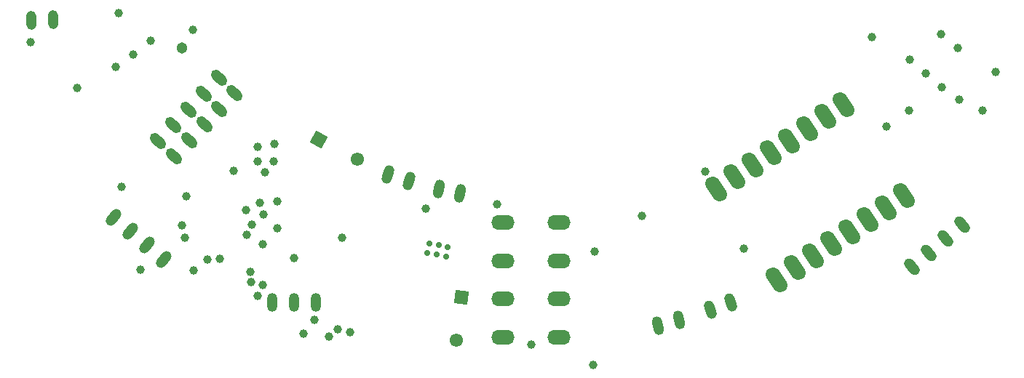
<source format=gbs>
%FSLAX25Y25*%
%MOIN*%
G70*
G01*
G75*
G04 Layer_Color=16711935*
G04:AMPARAMS|DCode=10|XSize=37.4mil|YSize=29.53mil|CornerRadius=0mil|HoleSize=0mil|Usage=FLASHONLY|Rotation=215.500|XOffset=0mil|YOffset=0mil|HoleType=Round|Shape=Rectangle|*
%AMROTATEDRECTD10*
4,1,4,0.00665,0.02288,0.02380,-0.00116,-0.00665,-0.02288,-0.02380,0.00116,0.00665,0.02288,0.0*
%
%ADD10ROTATEDRECTD10*%

G04:AMPARAMS|DCode=11|XSize=59.06mil|YSize=118.11mil|CornerRadius=0mil|HoleSize=0mil|Usage=FLASHONLY|Rotation=33.000|XOffset=0mil|YOffset=0mil|HoleType=Round|Shape=Rectangle|*
%AMROTATEDRECTD11*
4,1,4,0.00740,-0.06561,-0.05693,0.03345,-0.00740,0.06561,0.05693,-0.03345,0.00740,-0.06561,0.0*
%
%ADD11ROTATEDRECTD11*%

G04:AMPARAMS|DCode=12|XSize=37.4mil|YSize=29.53mil|CornerRadius=0mil|HoleSize=0mil|Usage=FLASHONLY|Rotation=337.500|XOffset=0mil|YOffset=0mil|HoleType=Round|Shape=Rectangle|*
%AMROTATEDRECTD12*
4,1,4,-0.02293,-0.00648,-0.01163,0.02080,0.02293,0.00648,0.01163,-0.02080,-0.02293,-0.00648,0.0*
%
%ADD12ROTATEDRECTD12*%

G04:AMPARAMS|DCode=13|XSize=37.4mil|YSize=29.53mil|CornerRadius=0mil|HoleSize=0mil|Usage=FLASHONLY|Rotation=96.500|XOffset=0mil|YOffset=0mil|HoleType=Round|Shape=Rectangle|*
%AMROTATEDRECTD13*
4,1,4,0.01679,-0.01691,-0.01255,-0.02025,-0.01679,0.01691,0.01255,0.02025,0.01679,-0.01691,0.0*
%
%ADD13ROTATEDRECTD13*%

%ADD14P,0.12806X4X118.5*%
G04:AMPARAMS|DCode=15|XSize=37.4mil|YSize=29.53mil|CornerRadius=0mil|HoleSize=0mil|Usage=FLASHONLY|Rotation=352.500|XOffset=0mil|YOffset=0mil|HoleType=Round|Shape=Rectangle|*
%AMROTATEDRECTD15*
4,1,4,-0.02047,-0.01220,-0.01661,0.01708,0.02047,0.01220,0.01661,-0.01708,-0.02047,-0.01220,0.0*
%
%ADD15ROTATEDRECTD15*%

G04:AMPARAMS|DCode=16|XSize=37.4mil|YSize=29.53mil|CornerRadius=0mil|HoleSize=0mil|Usage=FLASHONLY|Rotation=78.500|XOffset=0mil|YOffset=0mil|HoleType=Round|Shape=Rectangle|*
%AMROTATEDRECTD16*
4,1,4,0.01074,-0.02127,-0.01820,-0.01538,-0.01074,0.02127,0.01820,0.01538,0.01074,-0.02127,0.0*
%
%ADD16ROTATEDRECTD16*%

G04:AMPARAMS|DCode=17|XSize=108.27mil|YSize=122.05mil|CornerRadius=0mil|HoleSize=0mil|Usage=FLASHONLY|Rotation=259.000|XOffset=0mil|YOffset=0mil|HoleType=Round|Shape=Rectangle|*
%AMROTATEDRECTD17*
4,1,4,-0.04957,0.06478,0.07023,0.04150,0.04957,-0.06478,-0.07023,-0.04150,-0.04957,0.06478,0.0*
%
%ADD17ROTATEDRECTD17*%

G04:AMPARAMS|DCode=18|XSize=23.62mil|YSize=57.09mil|CornerRadius=0mil|HoleSize=0mil|Usage=FLASHONLY|Rotation=349.000|XOffset=0mil|YOffset=0mil|HoleType=Round|Shape=Rectangle|*
%AMROTATEDRECTD18*
4,1,4,-0.01704,-0.02577,-0.00615,0.03027,0.01704,0.02577,0.00615,-0.03027,-0.01704,-0.02577,0.0*
%
%ADD18ROTATEDRECTD18*%

G04:AMPARAMS|DCode=19|XSize=66.93mil|YSize=78.74mil|CornerRadius=0mil|HoleSize=0mil|Usage=FLASHONLY|Rotation=251.000|XOffset=0mil|YOffset=0mil|HoleType=Round|Shape=Rectangle|*
%AMROTATEDRECTD19*
4,1,4,-0.02633,0.04446,0.04812,0.01882,0.02633,-0.04446,-0.04812,-0.01882,-0.02633,0.04446,0.0*
%
%ADD19ROTATEDRECTD19*%

G04:AMPARAMS|DCode=20|XSize=37.4mil|YSize=29.53mil|CornerRadius=0mil|HoleSize=0mil|Usage=FLASHONLY|Rotation=84.948|XOffset=0mil|YOffset=0mil|HoleType=Round|Shape=Rectangle|*
%AMROTATEDRECTD20*
4,1,4,0.01306,-0.01993,-0.01635,-0.01733,-0.01306,0.01993,0.01635,0.01733,0.01306,-0.01993,0.0*
%
%ADD20ROTATEDRECTD20*%

G04:AMPARAMS|DCode=21|XSize=37.4mil|YSize=29.53mil|CornerRadius=0mil|HoleSize=0mil|Usage=FLASHONLY|Rotation=272.280|XOffset=0mil|YOffset=0mil|HoleType=Round|Shape=Rectangle|*
%AMROTATEDRECTD21*
4,1,4,-0.01550,0.01810,0.01401,0.01927,0.01550,-0.01810,-0.01401,-0.01927,-0.01550,0.01810,0.0*
%
%ADD21ROTATEDRECTD21*%

G04:AMPARAMS|DCode=22|XSize=37.4mil|YSize=29.53mil|CornerRadius=0mil|HoleSize=0mil|Usage=FLASHONLY|Rotation=96.500|XOffset=0mil|YOffset=0mil|HoleType=Round|Shape=Rectangle|*
%AMROTATEDRECTD22*
4,1,4,0.01679,-0.01691,-0.01255,-0.02025,-0.01679,0.01691,0.01255,0.02025,0.01679,-0.01691,0.0*
%
%ADD22ROTATEDRECTD22*%

%ADD23R,0.01181X0.05709*%
%ADD24R,0.05709X0.01181*%
G04:AMPARAMS|DCode=25|XSize=37.4mil|YSize=29.53mil|CornerRadius=0mil|HoleSize=0mil|Usage=FLASHONLY|Rotation=103.000|XOffset=0mil|YOffset=0mil|HoleType=Round|Shape=Rectangle|*
%AMROTATEDRECTD25*
4,1,4,0.01859,-0.01490,-0.01018,-0.02154,-0.01859,0.01490,0.01018,0.02154,0.01859,-0.01490,0.0*
%
%ADD25ROTATEDRECTD25*%

G04:AMPARAMS|DCode=26|XSize=37.4mil|YSize=29.53mil|CornerRadius=0mil|HoleSize=0mil|Usage=FLASHONLY|Rotation=77.000|XOffset=0mil|YOffset=0mil|HoleType=Round|Shape=Rectangle|*
%AMROTATEDRECTD26*
4,1,4,0.01018,-0.02154,-0.01859,-0.01490,-0.01018,0.02154,0.01859,0.01490,0.01018,-0.02154,0.0*
%
%ADD26ROTATEDRECTD26*%

G04:AMPARAMS|DCode=27|XSize=37.4mil|YSize=29.53mil|CornerRadius=0mil|HoleSize=0mil|Usage=FLASHONLY|Rotation=95.500|XOffset=0mil|YOffset=0mil|HoleType=Round|Shape=Rectangle|*
%AMROTATEDRECTD27*
4,1,4,0.01649,-0.01720,-0.01290,-0.02003,-0.01649,0.01720,0.01290,0.02003,0.01649,-0.01720,0.0*
%
%ADD27ROTATEDRECTD27*%

G04:AMPARAMS|DCode=28|XSize=37.4mil|YSize=29.53mil|CornerRadius=0mil|HoleSize=0mil|Usage=FLASHONLY|Rotation=182.681|XOffset=0mil|YOffset=0mil|HoleType=Round|Shape=Rectangle|*
%AMROTATEDRECTD28*
4,1,4,0.01799,0.01562,0.01937,-0.01387,-0.01799,-0.01562,-0.01937,0.01387,0.01799,0.01562,0.0*
%
%ADD28ROTATEDRECTD28*%

G04:AMPARAMS|DCode=29|XSize=37.4mil|YSize=29.53mil|CornerRadius=0mil|HoleSize=0mil|Usage=FLASHONLY|Rotation=287.000|XOffset=0mil|YOffset=0mil|HoleType=Round|Shape=Rectangle|*
%AMROTATEDRECTD29*
4,1,4,-0.01959,0.01357,0.00865,0.02220,0.01959,-0.01357,-0.00865,-0.02220,-0.01959,0.01357,0.0*
%
%ADD29ROTATEDRECTD29*%

G04:AMPARAMS|DCode=30|XSize=37.4mil|YSize=29.53mil|CornerRadius=0mil|HoleSize=0mil|Usage=FLASHONLY|Rotation=358.956|XOffset=0mil|YOffset=0mil|HoleType=Round|Shape=Rectangle|*
%AMROTATEDRECTD30*
4,1,4,-0.01897,-0.01442,-0.01843,0.01510,0.01897,0.01442,0.01843,-0.01510,-0.01897,-0.01442,0.0*
%
%ADD30ROTATEDRECTD30*%

G04:AMPARAMS|DCode=31|XSize=37.4mil|YSize=29.53mil|CornerRadius=0mil|HoleSize=0mil|Usage=FLASHONLY|Rotation=262.500|XOffset=0mil|YOffset=0mil|HoleType=Round|Shape=Rectangle|*
%AMROTATEDRECTD31*
4,1,4,-0.01220,0.02047,0.01708,0.01661,0.01220,-0.02047,-0.01708,-0.01661,-0.01220,0.02047,0.0*
%
%ADD31ROTATEDRECTD31*%

G04:AMPARAMS|DCode=32|XSize=37.4mil|YSize=29.53mil|CornerRadius=0mil|HoleSize=0mil|Usage=FLASHONLY|Rotation=259.000|XOffset=0mil|YOffset=0mil|HoleType=Round|Shape=Rectangle|*
%AMROTATEDRECTD32*
4,1,4,-0.01092,0.02117,0.01806,0.01554,0.01092,-0.02117,-0.01806,-0.01554,-0.01092,0.02117,0.0*
%
%ADD32ROTATEDRECTD32*%

G04:AMPARAMS|DCode=33|XSize=37.4mil|YSize=29.53mil|CornerRadius=0mil|HoleSize=0mil|Usage=FLASHONLY|Rotation=45.000|XOffset=0mil|YOffset=0mil|HoleType=Round|Shape=Rectangle|*
%AMROTATEDRECTD33*
4,1,4,-0.00278,-0.02366,-0.02366,-0.00278,0.00278,0.02366,0.02366,0.00278,-0.00278,-0.02366,0.0*
%
%ADD33ROTATEDRECTD33*%

G04:AMPARAMS|DCode=34|XSize=37.4mil|YSize=29.53mil|CornerRadius=0mil|HoleSize=0mil|Usage=FLASHONLY|Rotation=222.500|XOffset=0mil|YOffset=0mil|HoleType=Round|Shape=Rectangle|*
%AMROTATEDRECTD34*
4,1,4,0.00381,0.02352,0.02376,0.00175,-0.00381,-0.02352,-0.02376,-0.00175,0.00381,0.02352,0.0*
%
%ADD34ROTATEDRECTD34*%

G04:AMPARAMS|DCode=35|XSize=37.4mil|YSize=29.53mil|CornerRadius=0mil|HoleSize=0mil|Usage=FLASHONLY|Rotation=219.500|XOffset=0mil|YOffset=0mil|HoleType=Round|Shape=Rectangle|*
%AMROTATEDRECTD35*
4,1,4,0.00504,0.02329,0.02382,0.00050,-0.00504,-0.02329,-0.02382,-0.00050,0.00504,0.02329,0.0*
%
%ADD35ROTATEDRECTD35*%

G04:AMPARAMS|DCode=36|XSize=37.4mil|YSize=29.53mil|CornerRadius=0mil|HoleSize=0mil|Usage=FLASHONLY|Rotation=216.500|XOffset=0mil|YOffset=0mil|HoleType=Round|Shape=Rectangle|*
%AMROTATEDRECTD36*
4,1,4,0.00625,0.02299,0.02382,-0.00074,-0.00625,-0.02299,-0.02382,0.00074,0.00625,0.02299,0.0*
%
%ADD36ROTATEDRECTD36*%

G04:AMPARAMS|DCode=37|XSize=37.4mil|YSize=29.53mil|CornerRadius=0mil|HoleSize=0mil|Usage=FLASHONLY|Rotation=130.000|XOffset=0mil|YOffset=0mil|HoleType=Round|Shape=Rectangle|*
%AMROTATEDRECTD37*
4,1,4,0.02333,-0.00484,0.00071,-0.02382,-0.02333,0.00484,-0.00071,0.02382,0.02333,-0.00484,0.0*
%
%ADD37ROTATEDRECTD37*%

G04:AMPARAMS|DCode=38|XSize=37.4mil|YSize=29.53mil|CornerRadius=0mil|HoleSize=0mil|Usage=FLASHONLY|Rotation=213.500|XOffset=0mil|YOffset=0mil|HoleType=Round|Shape=Rectangle|*
%AMROTATEDRECTD38*
4,1,4,0.00745,0.02263,0.02374,-0.00199,-0.00745,-0.02263,-0.02374,0.00199,0.00745,0.02263,0.0*
%
%ADD38ROTATEDRECTD38*%

G04:AMPARAMS|DCode=39|XSize=37.4mil|YSize=29.53mil|CornerRadius=0mil|HoleSize=0mil|Usage=FLASHONLY|Rotation=210.500|XOffset=0mil|YOffset=0mil|HoleType=Round|Shape=Rectangle|*
%AMROTATEDRECTD39*
4,1,4,0.00862,0.02221,0.02361,-0.00323,-0.00862,-0.02221,-0.02361,0.00323,0.00862,0.02221,0.0*
%
%ADD39ROTATEDRECTD39*%

G04:AMPARAMS|DCode=40|XSize=37.4mil|YSize=29.53mil|CornerRadius=0mil|HoleSize=0mil|Usage=FLASHONLY|Rotation=120.243|XOffset=0mil|YOffset=0mil|HoleType=Round|Shape=Rectangle|*
%AMROTATEDRECTD40*
4,1,4,0.02217,-0.00872,-0.00334,-0.02359,-0.02217,0.00872,0.00334,0.02359,0.02217,-0.00872,0.0*
%
%ADD40ROTATEDRECTD40*%

G04:AMPARAMS|DCode=41|XSize=37.4mil|YSize=29.53mil|CornerRadius=0mil|HoleSize=0mil|Usage=FLASHONLY|Rotation=212.500|XOffset=0mil|YOffset=0mil|HoleType=Round|Shape=Rectangle|*
%AMROTATEDRECTD41*
4,1,4,0.00784,0.02250,0.02371,-0.00240,-0.00784,-0.02250,-0.02371,0.00240,0.00784,0.02250,0.0*
%
%ADD41ROTATEDRECTD41*%

G04:AMPARAMS|DCode=42|XSize=37.4mil|YSize=29.53mil|CornerRadius=0mil|HoleSize=0mil|Usage=FLASHONLY|Rotation=214.500|XOffset=0mil|YOffset=0mil|HoleType=Round|Shape=Rectangle|*
%AMROTATEDRECTD42*
4,1,4,0.00705,0.02276,0.02377,-0.00158,-0.00705,-0.02276,-0.02377,0.00158,0.00705,0.02276,0.0*
%
%ADD42ROTATEDRECTD42*%

G04:AMPARAMS|DCode=43|XSize=59.06mil|YSize=118.11mil|CornerRadius=0mil|HoleSize=0mil|Usage=FLASHONLY|Rotation=325.000|XOffset=0mil|YOffset=0mil|HoleType=Round|Shape=Rectangle|*
%AMROTATEDRECTD43*
4,1,4,-0.05806,-0.03144,0.00969,0.06531,0.05806,0.03144,-0.00969,-0.06531,-0.05806,-0.03144,0.0*
%
%ADD43ROTATEDRECTD43*%

G04:AMPARAMS|DCode=44|XSize=37.4mil|YSize=29.53mil|CornerRadius=0mil|HoleSize=0mil|Usage=FLASHONLY|Rotation=93.284|XOffset=0mil|YOffset=0mil|HoleType=Round|Shape=Rectangle|*
%AMROTATEDRECTD44*
4,1,4,0.01581,-0.01782,-0.01367,-0.01952,-0.01581,0.01782,0.01367,0.01952,0.01581,-0.01782,0.0*
%
%ADD44ROTATEDRECTD44*%

%ADD45C,0.01000*%
G04:AMPARAMS|DCode=46|XSize=39.37mil|YSize=78.74mil|CornerRadius=0mil|HoleSize=0mil|Usage=FLASHONLY|Rotation=182.000|XOffset=0mil|YOffset=0mil|HoleType=Round|Shape=Round|*
%AMOVALD46*
21,1,0.03937,0.03937,0.00000,0.00000,272.0*
1,1,0.03937,-0.00069,0.01967*
1,1,0.03937,0.00069,-0.01967*
%
%ADD46OVALD46*%

G04:AMPARAMS|DCode=47|XSize=59.06mil|YSize=118.11mil|CornerRadius=0mil|HoleSize=0mil|Usage=FLASHONLY|Rotation=33.500|XOffset=0mil|YOffset=0mil|HoleType=Round|Shape=Round|*
%AMOVALD47*
21,1,0.05906,0.05906,0.00000,0.00000,123.5*
1,1,0.05906,0.01630,-0.02462*
1,1,0.05906,-0.01630,0.02462*
%
%ADD47OVALD47*%

G04:AMPARAMS|DCode=48|XSize=39.37mil|YSize=78.74mil|CornerRadius=0mil|HoleSize=0mil|Usage=FLASHONLY|Rotation=349.000|XOffset=0mil|YOffset=0mil|HoleType=Round|Shape=Round|*
%AMOVALD48*
21,1,0.03937,0.03937,0.00000,0.00000,79.0*
1,1,0.03937,-0.00376,-0.01932*
1,1,0.03937,0.00376,0.01932*
%
%ADD48OVALD48*%

%ADD49C,0.05315*%
%ADD50P,0.07517X4X378.0*%
%ADD51P,0.07517X4X307.5*%
%ADD52O,0.03937X0.07874*%
%ADD53O,0.09843X0.05906*%
G04:AMPARAMS|DCode=54|XSize=39.37mil|YSize=78.74mil|CornerRadius=0mil|HoleSize=0mil|Usage=FLASHONLY|Rotation=14.000|XOffset=0mil|YOffset=0mil|HoleType=Round|Shape=Round|*
%AMOVALD54*
21,1,0.03937,0.03937,0.00000,0.00000,104.0*
1,1,0.03937,0.00476,-0.01910*
1,1,0.03937,-0.00476,0.01910*
%
%ADD54OVALD54*%

G04:AMPARAMS|DCode=55|XSize=39.37mil|YSize=78.74mil|CornerRadius=0mil|HoleSize=0mil|Usage=FLASHONLY|Rotation=19.500|XOffset=0mil|YOffset=0mil|HoleType=Round|Shape=Round|*
%AMOVALD55*
21,1,0.03937,0.03937,0.00000,0.00000,109.5*
1,1,0.03937,0.00657,-0.01856*
1,1,0.03937,-0.00657,0.01856*
%
%ADD55OVALD55*%

G04:AMPARAMS|DCode=56|XSize=39.37mil|YSize=78.74mil|CornerRadius=0mil|HoleSize=0mil|Usage=FLASHONLY|Rotation=342.000|XOffset=0mil|YOffset=0mil|HoleType=Round|Shape=Round|*
%AMOVALD56*
21,1,0.03937,0.03937,0.00000,0.00000,72.0*
1,1,0.03937,-0.00608,-0.01872*
1,1,0.03937,0.00608,0.01872*
%
%ADD56OVALD56*%

G04:AMPARAMS|DCode=57|XSize=39.37mil|YSize=78.74mil|CornerRadius=0mil|HoleSize=0mil|Usage=FLASHONLY|Rotation=40.500|XOffset=0mil|YOffset=0mil|HoleType=Round|Shape=Round|*
%AMOVALD57*
21,1,0.03937,0.03937,0.00000,0.00000,130.5*
1,1,0.03937,0.01278,-0.01497*
1,1,0.03937,-0.01278,0.01497*
%
%ADD57OVALD57*%

G04:AMPARAMS|DCode=58|XSize=39.37mil|YSize=78.74mil|CornerRadius=0mil|HoleSize=0mil|Usage=FLASHONLY|Rotation=46.000|XOffset=0mil|YOffset=0mil|HoleType=Round|Shape=Round|*
%AMOVALD58*
21,1,0.03937,0.03937,0.00000,0.00000,136.0*
1,1,0.03937,0.01416,-0.01367*
1,1,0.03937,-0.01416,0.01367*
%
%ADD58OVALD58*%

G04:AMPARAMS|DCode=59|XSize=39.37mil|YSize=78.74mil|CornerRadius=0mil|HoleSize=0mil|Usage=FLASHONLY|Rotation=320.000|XOffset=0mil|YOffset=0mil|HoleType=Round|Shape=Round|*
%AMOVALD59*
21,1,0.03937,0.03937,0.00000,0.00000,50.0*
1,1,0.03937,-0.01265,-0.01508*
1,1,0.03937,0.01265,0.01508*
%
%ADD59OVALD59*%

%ADD60C,0.03150*%
%ADD61C,0.01969*%
%ADD62C,0.04331*%
%ADD63C,0.00984*%
%ADD64C,0.02362*%
%ADD65C,0.00787*%
%ADD66C,0.00394*%
%ADD67C,0.00197*%
G04:AMPARAMS|DCode=68|XSize=45.4mil|YSize=37.53mil|CornerRadius=0mil|HoleSize=0mil|Usage=FLASHONLY|Rotation=215.500|XOffset=0mil|YOffset=0mil|HoleType=Round|Shape=Rectangle|*
%AMROTATEDRECTD68*
4,1,4,0.00759,0.02846,0.02938,-0.00209,-0.00759,-0.02846,-0.02938,0.00209,0.00759,0.02846,0.0*
%
%ADD68ROTATEDRECTD68*%

G04:AMPARAMS|DCode=69|XSize=67.06mil|YSize=126.11mil|CornerRadius=0mil|HoleSize=0mil|Usage=FLASHONLY|Rotation=33.000|XOffset=0mil|YOffset=0mil|HoleType=Round|Shape=Rectangle|*
%AMROTATEDRECTD69*
4,1,4,0.00622,-0.07114,-0.06246,0.03462,-0.00622,0.07114,0.06246,-0.03462,0.00622,-0.07114,0.0*
%
%ADD69ROTATEDRECTD69*%

G04:AMPARAMS|DCode=70|XSize=45.4mil|YSize=37.53mil|CornerRadius=0mil|HoleSize=0mil|Usage=FLASHONLY|Rotation=337.500|XOffset=0mil|YOffset=0mil|HoleType=Round|Shape=Rectangle|*
%AMROTATEDRECTD70*
4,1,4,-0.02815,-0.00865,-0.01379,0.02602,0.02815,0.00865,0.01379,-0.02602,-0.02815,-0.00865,0.0*
%
%ADD70ROTATEDRECTD70*%

G04:AMPARAMS|DCode=71|XSize=45.4mil|YSize=37.53mil|CornerRadius=0mil|HoleSize=0mil|Usage=FLASHONLY|Rotation=96.500|XOffset=0mil|YOffset=0mil|HoleType=Round|Shape=Rectangle|*
%AMROTATEDRECTD71*
4,1,4,0.02121,-0.02043,-0.01607,-0.02468,-0.02121,0.02043,0.01607,0.02468,0.02121,-0.02043,0.0*
%
%ADD71ROTATEDRECTD71*%

%ADD72P,0.13937X4X118.5*%
G04:AMPARAMS|DCode=73|XSize=45.4mil|YSize=37.53mil|CornerRadius=0mil|HoleSize=0mil|Usage=FLASHONLY|Rotation=352.500|XOffset=0mil|YOffset=0mil|HoleType=Round|Shape=Rectangle|*
%AMROTATEDRECTD73*
4,1,4,-0.02496,-0.01564,-0.02006,0.02157,0.02496,0.01564,0.02006,-0.02157,-0.02496,-0.01564,0.0*
%
%ADD73ROTATEDRECTD73*%

G04:AMPARAMS|DCode=74|XSize=45.4mil|YSize=37.53mil|CornerRadius=0mil|HoleSize=0mil|Usage=FLASHONLY|Rotation=78.500|XOffset=0mil|YOffset=0mil|HoleType=Round|Shape=Rectangle|*
%AMROTATEDRECTD74*
4,1,4,0.01386,-0.02599,-0.02291,-0.01850,-0.01386,0.02599,0.02291,0.01850,0.01386,-0.02599,0.0*
%
%ADD74ROTATEDRECTD74*%

G04:AMPARAMS|DCode=75|XSize=116.27mil|YSize=130.05mil|CornerRadius=0mil|HoleSize=0mil|Usage=FLASHONLY|Rotation=259.000|XOffset=0mil|YOffset=0mil|HoleType=Round|Shape=Rectangle|*
%AMROTATEDRECTD75*
4,1,4,-0.05274,0.06947,0.07492,0.04466,0.05274,-0.06947,-0.07492,-0.04466,-0.05274,0.06947,0.0*
%
%ADD75ROTATEDRECTD75*%

G04:AMPARAMS|DCode=76|XSize=31.62mil|YSize=65.09mil|CornerRadius=0mil|HoleSize=0mil|Usage=FLASHONLY|Rotation=349.000|XOffset=0mil|YOffset=0mil|HoleType=Round|Shape=Rectangle|*
%AMROTATEDRECTD76*
4,1,4,-0.02173,-0.02893,-0.00931,0.03496,0.02173,0.02893,0.00931,-0.03496,-0.02173,-0.02893,0.0*
%
%ADD76ROTATEDRECTD76*%

G04:AMPARAMS|DCode=77|XSize=74.93mil|YSize=86.74mil|CornerRadius=0mil|HoleSize=0mil|Usage=FLASHONLY|Rotation=251.000|XOffset=0mil|YOffset=0mil|HoleType=Round|Shape=Rectangle|*
%AMROTATEDRECTD77*
4,1,4,-0.02881,0.04954,0.05321,0.02130,0.02881,-0.04954,-0.05321,-0.02130,-0.02881,0.04954,0.0*
%
%ADD77ROTATEDRECTD77*%

G04:AMPARAMS|DCode=78|XSize=45.4mil|YSize=37.53mil|CornerRadius=0mil|HoleSize=0mil|Usage=FLASHONLY|Rotation=84.948|XOffset=0mil|YOffset=0mil|HoleType=Round|Shape=Rectangle|*
%AMROTATEDRECTD78*
4,1,4,0.01669,-0.02427,-0.02069,-0.02096,-0.01669,0.02427,0.02069,0.02096,0.01669,-0.02427,0.0*
%
%ADD78ROTATEDRECTD78*%

G04:AMPARAMS|DCode=79|XSize=45.4mil|YSize=37.53mil|CornerRadius=0mil|HoleSize=0mil|Usage=FLASHONLY|Rotation=272.280|XOffset=0mil|YOffset=0mil|HoleType=Round|Shape=Rectangle|*
%AMROTATEDRECTD79*
4,1,4,-0.01965,0.02194,0.01785,0.02343,0.01965,-0.02194,-0.01785,-0.02343,-0.01965,0.02194,0.0*
%
%ADD79ROTATEDRECTD79*%

G04:AMPARAMS|DCode=80|XSize=45.4mil|YSize=37.53mil|CornerRadius=0mil|HoleSize=0mil|Usage=FLASHONLY|Rotation=96.500|XOffset=0mil|YOffset=0mil|HoleType=Round|Shape=Rectangle|*
%AMROTATEDRECTD80*
4,1,4,0.02121,-0.02043,-0.01607,-0.02468,-0.02121,0.02043,0.01607,0.02468,0.02121,-0.02043,0.0*
%
%ADD80ROTATEDRECTD80*%

%ADD81R,0.01981X0.06509*%
%ADD82R,0.06509X0.01981*%
G04:AMPARAMS|DCode=83|XSize=45.4mil|YSize=37.53mil|CornerRadius=0mil|HoleSize=0mil|Usage=FLASHONLY|Rotation=103.000|XOffset=0mil|YOffset=0mil|HoleType=Round|Shape=Rectangle|*
%AMROTATEDRECTD83*
4,1,4,0.02339,-0.01790,-0.01318,-0.02634,-0.02339,0.01790,0.01318,0.02634,0.02339,-0.01790,0.0*
%
%ADD83ROTATEDRECTD83*%

G04:AMPARAMS|DCode=84|XSize=45.4mil|YSize=37.53mil|CornerRadius=0mil|HoleSize=0mil|Usage=FLASHONLY|Rotation=77.000|XOffset=0mil|YOffset=0mil|HoleType=Round|Shape=Rectangle|*
%AMROTATEDRECTD84*
4,1,4,0.01318,-0.02634,-0.02339,-0.01790,-0.01318,0.02634,0.02339,0.01790,0.01318,-0.02634,0.0*
%
%ADD84ROTATEDRECTD84*%

G04:AMPARAMS|DCode=85|XSize=45.4mil|YSize=37.53mil|CornerRadius=0mil|HoleSize=0mil|Usage=FLASHONLY|Rotation=95.500|XOffset=0mil|YOffset=0mil|HoleType=Round|Shape=Rectangle|*
%AMROTATEDRECTD85*
4,1,4,0.02085,-0.02080,-0.01650,-0.02440,-0.02085,0.02080,0.01650,0.02440,0.02085,-0.02080,0.0*
%
%ADD85ROTATEDRECTD85*%

G04:AMPARAMS|DCode=86|XSize=45.4mil|YSize=37.53mil|CornerRadius=0mil|HoleSize=0mil|Usage=FLASHONLY|Rotation=182.681|XOffset=0mil|YOffset=0mil|HoleType=Round|Shape=Rectangle|*
%AMROTATEDRECTD86*
4,1,4,0.02180,0.01981,0.02355,-0.01768,-0.02180,-0.01981,-0.02355,0.01768,0.02180,0.01981,0.0*
%
%ADD86ROTATEDRECTD86*%

G04:AMPARAMS|DCode=87|XSize=45.4mil|YSize=37.53mil|CornerRadius=0mil|HoleSize=0mil|Usage=FLASHONLY|Rotation=287.000|XOffset=0mil|YOffset=0mil|HoleType=Round|Shape=Rectangle|*
%AMROTATEDRECTD87*
4,1,4,-0.02458,0.01622,0.01131,0.02720,0.02458,-0.01622,-0.01131,-0.02720,-0.02458,0.01622,0.0*
%
%ADD87ROTATEDRECTD87*%

G04:AMPARAMS|DCode=88|XSize=45.4mil|YSize=37.53mil|CornerRadius=0mil|HoleSize=0mil|Usage=FLASHONLY|Rotation=358.956|XOffset=0mil|YOffset=0mil|HoleType=Round|Shape=Rectangle|*
%AMROTATEDRECTD88*
4,1,4,-0.02304,-0.01835,-0.02236,0.01917,0.02304,0.01835,0.02236,-0.01917,-0.02304,-0.01835,0.0*
%
%ADD88ROTATEDRECTD88*%

G04:AMPARAMS|DCode=89|XSize=45.4mil|YSize=37.53mil|CornerRadius=0mil|HoleSize=0mil|Usage=FLASHONLY|Rotation=262.500|XOffset=0mil|YOffset=0mil|HoleType=Round|Shape=Rectangle|*
%AMROTATEDRECTD89*
4,1,4,-0.01564,0.02496,0.02157,0.02006,0.01564,-0.02496,-0.02157,-0.02006,-0.01564,0.02496,0.0*
%
%ADD89ROTATEDRECTD89*%

G04:AMPARAMS|DCode=90|XSize=45.4mil|YSize=37.53mil|CornerRadius=0mil|HoleSize=0mil|Usage=FLASHONLY|Rotation=259.000|XOffset=0mil|YOffset=0mil|HoleType=Round|Shape=Rectangle|*
%AMROTATEDRECTD90*
4,1,4,-0.01409,0.02586,0.02275,0.01870,0.01409,-0.02586,-0.02275,-0.01870,-0.01409,0.02586,0.0*
%
%ADD90ROTATEDRECTD90*%

G04:AMPARAMS|DCode=91|XSize=45.4mil|YSize=37.53mil|CornerRadius=0mil|HoleSize=0mil|Usage=FLASHONLY|Rotation=45.000|XOffset=0mil|YOffset=0mil|HoleType=Round|Shape=Rectangle|*
%AMROTATEDRECTD91*
4,1,4,-0.00278,-0.02932,-0.02932,-0.00278,0.00278,0.02932,0.02932,0.00278,-0.00278,-0.02932,0.0*
%
%ADD91ROTATEDRECTD91*%

G04:AMPARAMS|DCode=92|XSize=45.4mil|YSize=37.53mil|CornerRadius=0mil|HoleSize=0mil|Usage=FLASHONLY|Rotation=222.500|XOffset=0mil|YOffset=0mil|HoleType=Round|Shape=Rectangle|*
%AMROTATEDRECTD92*
4,1,4,0.00406,0.02917,0.02941,0.00150,-0.00406,-0.02917,-0.02941,-0.00150,0.00406,0.02917,0.0*
%
%ADD92ROTATEDRECTD92*%

G04:AMPARAMS|DCode=93|XSize=45.4mil|YSize=37.53mil|CornerRadius=0mil|HoleSize=0mil|Usage=FLASHONLY|Rotation=219.500|XOffset=0mil|YOffset=0mil|HoleType=Round|Shape=Rectangle|*
%AMROTATEDRECTD93*
4,1,4,0.00558,0.02892,0.02945,-0.00004,-0.00558,-0.02892,-0.02945,0.00004,0.00558,0.02892,0.0*
%
%ADD93ROTATEDRECTD93*%

G04:AMPARAMS|DCode=94|XSize=45.4mil|YSize=37.53mil|CornerRadius=0mil|HoleSize=0mil|Usage=FLASHONLY|Rotation=216.500|XOffset=0mil|YOffset=0mil|HoleType=Round|Shape=Rectangle|*
%AMROTATEDRECTD94*
4,1,4,0.00709,0.02859,0.02941,-0.00158,-0.00709,-0.02859,-0.02941,0.00158,0.00709,0.02859,0.0*
%
%ADD94ROTATEDRECTD94*%

G04:AMPARAMS|DCode=95|XSize=45.4mil|YSize=37.53mil|CornerRadius=0mil|HoleSize=0mil|Usage=FLASHONLY|Rotation=130.000|XOffset=0mil|YOffset=0mil|HoleType=Round|Shape=Rectangle|*
%AMROTATEDRECTD95*
4,1,4,0.02897,-0.00533,0.00022,-0.02945,-0.02897,0.00533,-0.00022,0.02945,0.02897,-0.00533,0.0*
%
%ADD95ROTATEDRECTD95*%

G04:AMPARAMS|DCode=96|XSize=45.4mil|YSize=37.53mil|CornerRadius=0mil|HoleSize=0mil|Usage=FLASHONLY|Rotation=213.500|XOffset=0mil|YOffset=0mil|HoleType=Round|Shape=Rectangle|*
%AMROTATEDRECTD96*
4,1,4,0.00857,0.02818,0.02929,-0.00312,-0.00857,-0.02818,-0.02929,0.00312,0.00857,0.02818,0.0*
%
%ADD96ROTATEDRECTD96*%

G04:AMPARAMS|DCode=97|XSize=45.4mil|YSize=37.53mil|CornerRadius=0mil|HoleSize=0mil|Usage=FLASHONLY|Rotation=210.500|XOffset=0mil|YOffset=0mil|HoleType=Round|Shape=Rectangle|*
%AMROTATEDRECTD97*
4,1,4,0.01004,0.02769,0.02908,-0.00465,-0.01004,-0.02769,-0.02908,0.00465,0.01004,0.02769,0.0*
%
%ADD97ROTATEDRECTD97*%

G04:AMPARAMS|DCode=98|XSize=45.4mil|YSize=37.53mil|CornerRadius=0mil|HoleSize=0mil|Usage=FLASHONLY|Rotation=120.243|XOffset=0mil|YOffset=0mil|HoleType=Round|Shape=Rectangle|*
%AMROTATEDRECTD98*
4,1,4,0.02764,-0.01016,-0.00478,-0.02906,-0.02764,0.01016,0.00478,0.02906,0.02764,-0.01016,0.0*
%
%ADD98ROTATEDRECTD98*%

G04:AMPARAMS|DCode=99|XSize=45.4mil|YSize=37.53mil|CornerRadius=0mil|HoleSize=0mil|Usage=FLASHONLY|Rotation=212.500|XOffset=0mil|YOffset=0mil|HoleType=Round|Shape=Rectangle|*
%AMROTATEDRECTD99*
4,1,4,0.00906,0.02802,0.02923,-0.00363,-0.00906,-0.02802,-0.02923,0.00363,0.00906,0.02802,0.0*
%
%ADD99ROTATEDRECTD99*%

G04:AMPARAMS|DCode=100|XSize=45.4mil|YSize=37.53mil|CornerRadius=0mil|HoleSize=0mil|Usage=FLASHONLY|Rotation=214.500|XOffset=0mil|YOffset=0mil|HoleType=Round|Shape=Rectangle|*
%AMROTATEDRECTD100*
4,1,4,0.00808,0.02832,0.02934,-0.00261,-0.00808,-0.02832,-0.02934,0.00261,0.00808,0.02832,0.0*
%
%ADD100ROTATEDRECTD100*%

G04:AMPARAMS|DCode=101|XSize=67.06mil|YSize=126.11mil|CornerRadius=0mil|HoleSize=0mil|Usage=FLASHONLY|Rotation=325.000|XOffset=0mil|YOffset=0mil|HoleType=Round|Shape=Rectangle|*
%AMROTATEDRECTD101*
4,1,4,-0.06363,-0.03242,0.00870,0.07088,0.06363,0.03242,-0.00870,-0.07088,-0.06363,-0.03242,0.0*
%
%ADD101ROTATEDRECTD101*%

G04:AMPARAMS|DCode=102|XSize=45.4mil|YSize=37.53mil|CornerRadius=0mil|HoleSize=0mil|Usage=FLASHONLY|Rotation=93.284|XOffset=0mil|YOffset=0mil|HoleType=Round|Shape=Rectangle|*
%AMROTATEDRECTD102*
4,1,4,0.02003,-0.02159,-0.01743,-0.02374,-0.02003,0.02159,0.01743,0.02374,0.02003,-0.02159,0.0*
%
%ADD102ROTATEDRECTD102*%

G04:AMPARAMS|DCode=103|XSize=47.37mil|YSize=86.74mil|CornerRadius=0mil|HoleSize=0mil|Usage=FLASHONLY|Rotation=182.000|XOffset=0mil|YOffset=0mil|HoleType=Round|Shape=Round|*
%AMOVALD103*
21,1,0.03937,0.04737,0.00000,0.00000,272.0*
1,1,0.04737,-0.00069,0.01967*
1,1,0.04737,0.00069,-0.01967*
%
%ADD103OVALD103*%

G04:AMPARAMS|DCode=104|XSize=67.06mil|YSize=126.11mil|CornerRadius=0mil|HoleSize=0mil|Usage=FLASHONLY|Rotation=33.500|XOffset=0mil|YOffset=0mil|HoleType=Round|Shape=Round|*
%AMOVALD104*
21,1,0.05906,0.06706,0.00000,0.00000,123.5*
1,1,0.06706,0.01630,-0.02462*
1,1,0.06706,-0.01630,0.02462*
%
%ADD104OVALD104*%

G04:AMPARAMS|DCode=105|XSize=47.37mil|YSize=86.74mil|CornerRadius=0mil|HoleSize=0mil|Usage=FLASHONLY|Rotation=349.000|XOffset=0mil|YOffset=0mil|HoleType=Round|Shape=Round|*
%AMOVALD105*
21,1,0.03937,0.04737,0.00000,0.00000,79.0*
1,1,0.04737,-0.00376,-0.01932*
1,1,0.04737,0.00376,0.01932*
%
%ADD105OVALD105*%

%ADD106C,0.06115*%
%ADD107P,0.08648X4X378.0*%
%ADD108P,0.08648X4X307.5*%
%ADD109O,0.04737X0.08674*%
%ADD110O,0.10642X0.06706*%
G04:AMPARAMS|DCode=111|XSize=47.37mil|YSize=86.74mil|CornerRadius=0mil|HoleSize=0mil|Usage=FLASHONLY|Rotation=14.000|XOffset=0mil|YOffset=0mil|HoleType=Round|Shape=Round|*
%AMOVALD111*
21,1,0.03937,0.04737,0.00000,0.00000,104.0*
1,1,0.04737,0.00476,-0.01910*
1,1,0.04737,-0.00476,0.01910*
%
%ADD111OVALD111*%

G04:AMPARAMS|DCode=112|XSize=47.37mil|YSize=86.74mil|CornerRadius=0mil|HoleSize=0mil|Usage=FLASHONLY|Rotation=19.500|XOffset=0mil|YOffset=0mil|HoleType=Round|Shape=Round|*
%AMOVALD112*
21,1,0.03937,0.04737,0.00000,0.00000,109.5*
1,1,0.04737,0.00657,-0.01856*
1,1,0.04737,-0.00657,0.01856*
%
%ADD112OVALD112*%

G04:AMPARAMS|DCode=113|XSize=47.37mil|YSize=86.74mil|CornerRadius=0mil|HoleSize=0mil|Usage=FLASHONLY|Rotation=342.000|XOffset=0mil|YOffset=0mil|HoleType=Round|Shape=Round|*
%AMOVALD113*
21,1,0.03937,0.04737,0.00000,0.00000,72.0*
1,1,0.04737,-0.00608,-0.01872*
1,1,0.04737,0.00608,0.01872*
%
%ADD113OVALD113*%

G04:AMPARAMS|DCode=114|XSize=47.37mil|YSize=86.74mil|CornerRadius=0mil|HoleSize=0mil|Usage=FLASHONLY|Rotation=40.500|XOffset=0mil|YOffset=0mil|HoleType=Round|Shape=Round|*
%AMOVALD114*
21,1,0.03937,0.04737,0.00000,0.00000,130.5*
1,1,0.04737,0.01278,-0.01497*
1,1,0.04737,-0.01278,0.01497*
%
%ADD114OVALD114*%

G04:AMPARAMS|DCode=115|XSize=47.37mil|YSize=86.74mil|CornerRadius=0mil|HoleSize=0mil|Usage=FLASHONLY|Rotation=46.000|XOffset=0mil|YOffset=0mil|HoleType=Round|Shape=Round|*
%AMOVALD115*
21,1,0.03937,0.04737,0.00000,0.00000,136.0*
1,1,0.04737,0.01416,-0.01367*
1,1,0.04737,-0.01416,0.01367*
%
%ADD115OVALD115*%

G04:AMPARAMS|DCode=116|XSize=47.37mil|YSize=86.74mil|CornerRadius=0mil|HoleSize=0mil|Usage=FLASHONLY|Rotation=320.000|XOffset=0mil|YOffset=0mil|HoleType=Round|Shape=Round|*
%AMOVALD116*
21,1,0.03937,0.04737,0.00000,0.00000,50.0*
1,1,0.04737,-0.01265,-0.01508*
1,1,0.04737,0.01265,0.01508*
%
%ADD116OVALD116*%

%ADD117C,0.03950*%
%ADD118C,0.02769*%
%ADD119C,0.05131*%
D103*
X305559Y405220D02*
D03*
X315553Y405569D02*
D03*
D104*
X644390Y344415D02*
D03*
X636051Y338896D02*
D03*
X627712Y333377D02*
D03*
X652729Y349935D02*
D03*
X661068Y355454D02*
D03*
X669407Y360973D02*
D03*
X677745Y366493D02*
D03*
X619374Y327857D02*
D03*
X646970Y286163D02*
D03*
X655309Y291682D02*
D03*
X663648Y297202D02*
D03*
X671987Y302721D02*
D03*
X680326Y308240D02*
D03*
X688664Y313760D02*
D03*
X697003Y319279D02*
D03*
X705342Y324798D02*
D03*
D105*
X501968Y325931D02*
D03*
X492151Y327839D02*
D03*
D106*
X454903Y341601D02*
D03*
X500152Y258602D02*
D03*
D107*
X437363Y350538D02*
D03*
D108*
X502722Y278119D02*
D03*
D109*
X436026Y275864D02*
D03*
X426026Y275864D02*
D03*
X416026Y275864D02*
D03*
D110*
X547295Y277414D02*
D03*
Y259697D02*
D03*
X521705D02*
D03*
Y277414D02*
D03*
X547295Y294737D02*
D03*
Y312453D02*
D03*
X521705D02*
D03*
Y294737D02*
D03*
D111*
X592739Y265250D02*
D03*
X602442Y267669D02*
D03*
D112*
X616708Y272374D02*
D03*
X626134Y275712D02*
D03*
D113*
X478620Y331339D02*
D03*
X469109Y334429D02*
D03*
D114*
X709081Y291995D02*
D03*
X731893Y311479D02*
D03*
X724289Y304984D02*
D03*
X716685Y298490D02*
D03*
D115*
X370941Y342932D02*
D03*
X377888Y350126D02*
D03*
X384835Y357319D02*
D03*
X391781Y364512D02*
D03*
X398728Y371706D02*
D03*
X391534Y378653D02*
D03*
X384588Y371459D02*
D03*
X363748Y349879D02*
D03*
X370695Y357072D02*
D03*
X377641Y364266D02*
D03*
D116*
X350892Y308463D02*
D03*
X358553Y302035D02*
D03*
X366213Y295607D02*
D03*
X343232Y314891D02*
D03*
D117*
X707529Y363703D02*
D03*
X374545Y311042D02*
D03*
X376099Y305434D02*
D03*
X355765Y290729D02*
D03*
X379765Y400768D02*
D03*
X305316Y395063D02*
D03*
X347021Y328720D02*
D03*
X376576Y324480D02*
D03*
X412726Y335520D02*
D03*
X411704Y302460D02*
D03*
X345756Y408321D02*
D03*
X326681Y373984D02*
D03*
X344305Y383835D02*
D03*
X352318Y389551D02*
D03*
X360381Y395864D02*
D03*
X406500Y311500D02*
D03*
X404205Y306877D02*
D03*
X486304Y318748D02*
D03*
X563504Y299197D02*
D03*
X435314Y267702D02*
D03*
X534500Y256351D02*
D03*
X563118Y247221D02*
D03*
X715159Y380875D02*
D03*
X722656Y374571D02*
D03*
X730777Y368892D02*
D03*
X747271Y381325D02*
D03*
X741202Y363813D02*
D03*
X418375Y309698D02*
D03*
X418326Y322275D02*
D03*
X386185Y295325D02*
D03*
X380084Y290569D02*
D03*
X409460Y340316D02*
D03*
Y347218D02*
D03*
X416799Y340316D02*
D03*
X416893Y348381D02*
D03*
X426000Y296000D02*
D03*
X448016Y305445D02*
D03*
X391884Y295666D02*
D03*
X614313Y335944D02*
D03*
X518858Y320745D02*
D03*
X585399Y315356D02*
D03*
X632085Y300321D02*
D03*
X722229Y398865D02*
D03*
X690675Y397483D02*
D03*
X730101Y392475D02*
D03*
X707971Y387220D02*
D03*
X697468Y356532D02*
D03*
X409174Y278750D02*
D03*
X411719Y283639D02*
D03*
X406348Y285204D02*
D03*
X430177Y261423D02*
D03*
X398304Y336206D02*
D03*
X403987Y317972D02*
D03*
X410449Y321543D02*
D03*
X442020Y260233D02*
D03*
X446128Y263362D02*
D03*
X451771Y261960D02*
D03*
X411837Y316145D02*
D03*
X405991Y289925D02*
D03*
D118*
X487137Y298533D02*
D03*
X487963Y302784D02*
D03*
X491388Y297707D02*
D03*
X492214Y301958D02*
D03*
X495639Y296881D02*
D03*
X496465Y301132D02*
D03*
D119*
X374774Y392448D02*
D03*
M02*

</source>
